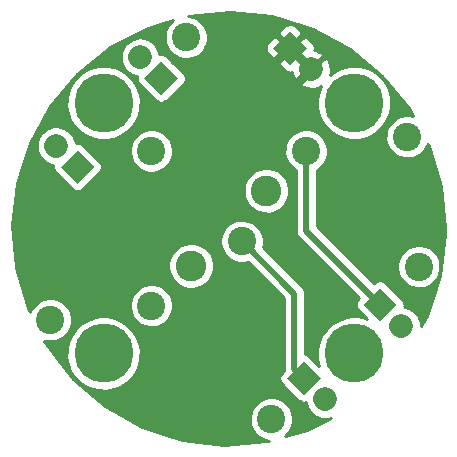
<source format=gtl>
%TF.GenerationSoftware,KiCad,Pcbnew,4.1.0-alpha+201609021633+7109~49~ubuntu16.04.1-product*%
%TF.CreationDate,2016-09-14T14:39:46+05:30*%
%TF.ProjectId,OTS2_encC,4F5453325F656E63432E6B696361645F,rev?*%
%TF.FileFunction,Copper,L1,Top,Signal*%
%FSLAX46Y46*%
G04 Gerber Fmt 4.6, Leading zero omitted, Abs format (unit mm)*
G04 Created by KiCad (PCBNEW 4.1.0-alpha+201609021633+7109~49~ubuntu16.04.1-product) date Wed Sep 14 14:39:46 2016*
%MOMM*%
%LPD*%
G01*
G04 APERTURE LIST*
%ADD10C,0.101600*%
%ADD11C,2.032000*%
%ADD12C,2.400000*%
%ADD13C,5.000000*%
%ADD14C,2.600000*%
%ADD15C,0.762000*%
%ADD16C,0.508000*%
%ADD17C,0.762000*%
%ADD18C,0.254000*%
G04 APERTURE END LIST*
D10*
G36*
X79266040Y-121644221D02*
X80702881Y-123081062D01*
X79266040Y-124517903D01*
X77829199Y-123081062D01*
X79266040Y-121644221D01*
X79266040Y-121644221D01*
G37*
D11*
X77469989Y-121285011D02*
X77469989Y-121285011D01*
D12*
X93185158Y-129380158D03*
D13*
X81468398Y-117663398D03*
D12*
X85527191Y-134817809D03*
D13*
X102681602Y-138876602D03*
D12*
X98622809Y-121722191D03*
D13*
X81468398Y-138876602D03*
X102681602Y-117663398D03*
D14*
X88893019Y-131451981D03*
X95256981Y-125088019D03*
D12*
X76971199Y-136019890D03*
X85527191Y-121722191D03*
X88468755Y-112119681D03*
X95681245Y-144420319D03*
X108154608Y-131522691D03*
X107178801Y-120520110D03*
D10*
G36*
X98425000Y-142406841D02*
X96988159Y-140970000D01*
X98425000Y-139533159D01*
X99861841Y-140970000D01*
X98425000Y-142406841D01*
X98425000Y-142406841D01*
G37*
D11*
X100221051Y-142766051D02*
X100221051Y-142766051D01*
D10*
G36*
X86360000Y-114133159D02*
X87796841Y-115570000D01*
X86360000Y-117006841D01*
X84923159Y-115570000D01*
X86360000Y-114133159D01*
X86360000Y-114133159D01*
G37*
D11*
X84563949Y-113773949D02*
X84563949Y-113773949D01*
D10*
G36*
X104883949Y-136165790D02*
X103447108Y-134728949D01*
X104883949Y-133292108D01*
X106320790Y-134728949D01*
X104883949Y-136165790D01*
X104883949Y-136165790D01*
G37*
D11*
X106680000Y-136525000D02*
X106680000Y-136525000D01*
D10*
G36*
X97263949Y-114466841D02*
X95827108Y-113030000D01*
X97263949Y-111593159D01*
X98700790Y-113030000D01*
X97263949Y-114466841D01*
X97263949Y-114466841D01*
G37*
D11*
X99060000Y-114826051D02*
X99060000Y-114826051D01*
D15*
X106934000Y-129032000D03*
X101346000Y-135128000D03*
X96139000Y-139446000D03*
X85344000Y-138684000D03*
X87376000Y-125603000D03*
X92075000Y-118110000D03*
X79375000Y-130810000D03*
D16*
X98622809Y-121722191D02*
X98622809Y-128467809D01*
X98622809Y-128467809D02*
X104883949Y-134728949D01*
X97635870Y-133830870D02*
X93185158Y-129380158D01*
X98425000Y-140970000D02*
X97635870Y-140180870D01*
X97635870Y-140180870D02*
X97635870Y-133830870D01*
D17*
X97790000Y-116096051D02*
X99060000Y-114826051D01*
X97790000Y-117729000D02*
X97790000Y-116096051D01*
X101854000Y-121793000D02*
X97790000Y-117729000D01*
X101854000Y-124714000D02*
X101854000Y-121793000D01*
X106172000Y-129032000D02*
X101854000Y-124714000D01*
X106934000Y-129032000D02*
X106172000Y-129032000D01*
X87376000Y-125603000D02*
X88138000Y-124841000D01*
X101346000Y-135128000D02*
X101346000Y-134366000D01*
X101346000Y-134366000D02*
X94107000Y-127127000D01*
X94107000Y-127127000D02*
X90424000Y-127127000D01*
X90424000Y-127127000D02*
X88138000Y-124841000D01*
X88138000Y-124841000D02*
X86741000Y-123444000D01*
X85344000Y-138684000D02*
X88519000Y-141859000D01*
X93726000Y-141859000D02*
X96139000Y-139446000D01*
X88519000Y-141859000D02*
X93726000Y-141859000D01*
X87376000Y-125603000D02*
X82423000Y-130556000D01*
X85344000Y-137922000D02*
X85344000Y-138684000D01*
X82423000Y-135001000D02*
X85344000Y-137922000D01*
X82423000Y-130556000D02*
X82423000Y-135001000D01*
X97263949Y-113030000D02*
X97155000Y-113030000D01*
X97155000Y-113030000D02*
X92075000Y-118110000D01*
X92075000Y-118110000D02*
X86741000Y-123444000D01*
X86741000Y-123444000D02*
X79375000Y-130810000D01*
X97263949Y-113030000D02*
X99060000Y-114826051D01*
D18*
G36*
X95759548Y-110320283D02*
X99175828Y-111377798D01*
X102321640Y-113078732D01*
X105077160Y-115358297D01*
X107337432Y-118129664D01*
X107665502Y-118746674D01*
X107371539Y-118686332D01*
X107011685Y-118683820D01*
X106658198Y-118751251D01*
X106324539Y-118886058D01*
X106023419Y-119083105D01*
X105766308Y-119334887D01*
X105562998Y-119631815D01*
X105421233Y-119962577D01*
X105346413Y-120314575D01*
X105341389Y-120674402D01*
X105406351Y-121028352D01*
X105538825Y-121362943D01*
X105733765Y-121665431D01*
X105983746Y-121924294D01*
X106279247Y-122129673D01*
X106609011Y-122273743D01*
X106960478Y-122351018D01*
X107320262Y-122358555D01*
X107674657Y-122296065D01*
X108010165Y-122165930D01*
X108314006Y-121973106D01*
X108574608Y-121724939D01*
X108782044Y-121430879D01*
X108923631Y-121112871D01*
X109016363Y-121287274D01*
X110050003Y-124710854D01*
X110398980Y-128270000D01*
X110391836Y-128781636D01*
X109943617Y-132329650D01*
X108814789Y-135723034D01*
X108331738Y-136573358D01*
X108336638Y-136525115D01*
X108306314Y-136204326D01*
X108214260Y-135895537D01*
X108063982Y-135610508D01*
X107861203Y-135360097D01*
X107613647Y-135153842D01*
X107330746Y-134999598D01*
X107023271Y-134903242D01*
X106934420Y-134893590D01*
X106946602Y-134853431D01*
X106958862Y-134728949D01*
X106946602Y-134604467D01*
X106910292Y-134484769D01*
X106851327Y-134374455D01*
X106771975Y-134277764D01*
X105335134Y-132840923D01*
X105238443Y-132761571D01*
X105128129Y-132702606D01*
X105008431Y-132666296D01*
X104883949Y-132654036D01*
X104759467Y-132666296D01*
X104639769Y-132702606D01*
X104529455Y-132761571D01*
X104432764Y-132840923D01*
X104342962Y-132930726D01*
X103089219Y-131676983D01*
X106317196Y-131676983D01*
X106382158Y-132030933D01*
X106514632Y-132365524D01*
X106709572Y-132668012D01*
X106959553Y-132926875D01*
X107255054Y-133132254D01*
X107584818Y-133276324D01*
X107936285Y-133353599D01*
X108296069Y-133361136D01*
X108650464Y-133298646D01*
X108985972Y-133168511D01*
X109289813Y-132975687D01*
X109550415Y-132727520D01*
X109757851Y-132433460D01*
X109904221Y-132104710D01*
X109983947Y-131753790D01*
X109989687Y-131342760D01*
X109919789Y-130989751D01*
X109782657Y-130657042D01*
X109583512Y-130357305D01*
X109329941Y-130101958D01*
X109031601Y-129900725D01*
X108699858Y-129761273D01*
X108347346Y-129688913D01*
X107987492Y-129686401D01*
X107634005Y-129753832D01*
X107300346Y-129888639D01*
X106999226Y-130085686D01*
X106742115Y-130337468D01*
X106538805Y-130634396D01*
X106397040Y-130965158D01*
X106322220Y-131317156D01*
X106317196Y-131676983D01*
X103089219Y-131676983D01*
X99511809Y-128099573D01*
X99511809Y-123331434D01*
X99758014Y-123175187D01*
X100018616Y-122927020D01*
X100226052Y-122632960D01*
X100372422Y-122304210D01*
X100452148Y-121953290D01*
X100457888Y-121542260D01*
X100387990Y-121189251D01*
X100250858Y-120856542D01*
X100051713Y-120556805D01*
X99798142Y-120301458D01*
X99499802Y-120100225D01*
X99168059Y-119960773D01*
X98815547Y-119888413D01*
X98455693Y-119885901D01*
X98102206Y-119953332D01*
X97768547Y-120088139D01*
X97467427Y-120285186D01*
X97210316Y-120536968D01*
X97007006Y-120833896D01*
X96865241Y-121164658D01*
X96790421Y-121516656D01*
X96785397Y-121876483D01*
X96850359Y-122230433D01*
X96982833Y-122565024D01*
X97177773Y-122867512D01*
X97427754Y-123126375D01*
X97723255Y-123331754D01*
X97733809Y-123336365D01*
X97733809Y-128467809D01*
X97741820Y-128549513D01*
X97748979Y-128631342D01*
X97750284Y-128635834D01*
X97750740Y-128640483D01*
X97774474Y-128719093D01*
X97797386Y-128797955D01*
X97799536Y-128802103D01*
X97800888Y-128806581D01*
X97839456Y-128879118D01*
X97877231Y-128951993D01*
X97880147Y-128955646D01*
X97882342Y-128959774D01*
X97934251Y-129023420D01*
X97985476Y-129087589D01*
X97991893Y-129094097D01*
X97992001Y-129094229D01*
X97992124Y-129094330D01*
X97994191Y-129096427D01*
X103085726Y-134187962D01*
X102995923Y-134277764D01*
X102916571Y-134374455D01*
X102857606Y-134484769D01*
X102821296Y-134604467D01*
X102809036Y-134728949D01*
X102821296Y-134853431D01*
X102857606Y-134973129D01*
X102916571Y-135083443D01*
X102995923Y-135180134D01*
X103733847Y-135918058D01*
X103613132Y-135867314D01*
X103010884Y-135743690D01*
X102396094Y-135739398D01*
X101792179Y-135854601D01*
X101222141Y-136084911D01*
X100707694Y-136421556D01*
X100268433Y-136851712D01*
X99921088Y-137358997D01*
X99678890Y-137924086D01*
X99551065Y-138525456D01*
X99542481Y-139140201D01*
X99653465Y-139744906D01*
X99728412Y-139934201D01*
X98876185Y-139081974D01*
X98779494Y-139002622D01*
X98669180Y-138943657D01*
X98549482Y-138907347D01*
X98524870Y-138904923D01*
X98524870Y-133830870D01*
X98516859Y-133749166D01*
X98509700Y-133667337D01*
X98508395Y-133662845D01*
X98507939Y-133658196D01*
X98484205Y-133579586D01*
X98461293Y-133500724D01*
X98459143Y-133496577D01*
X98457791Y-133492098D01*
X98419202Y-133419522D01*
X98381447Y-133346686D01*
X98378534Y-133343037D01*
X98376337Y-133338905D01*
X98324406Y-133275232D01*
X98273203Y-133211090D01*
X98266786Y-133204582D01*
X98266678Y-133204450D01*
X98266555Y-133204349D01*
X98264488Y-133202252D01*
X94951367Y-129889131D01*
X95014497Y-129611257D01*
X95020237Y-129200227D01*
X94950339Y-128847218D01*
X94813207Y-128514509D01*
X94614062Y-128214772D01*
X94360491Y-127959425D01*
X94062151Y-127758192D01*
X93730408Y-127618740D01*
X93377896Y-127546380D01*
X93018042Y-127543868D01*
X92664555Y-127611299D01*
X92330896Y-127746106D01*
X92029776Y-127943153D01*
X91772665Y-128194935D01*
X91569355Y-128491863D01*
X91427590Y-128822625D01*
X91352770Y-129174623D01*
X91347746Y-129534450D01*
X91412708Y-129888400D01*
X91545182Y-130222991D01*
X91740122Y-130525479D01*
X91990103Y-130784342D01*
X92285604Y-130989721D01*
X92615368Y-131133791D01*
X92966835Y-131211066D01*
X93326619Y-131218603D01*
X93681014Y-131156113D01*
X93697487Y-131149723D01*
X96746870Y-134199106D01*
X96746870Y-140180870D01*
X96754881Y-140262574D01*
X96757965Y-140297824D01*
X96536974Y-140518815D01*
X96457622Y-140615506D01*
X96398657Y-140725820D01*
X96362347Y-140845518D01*
X96350087Y-140970000D01*
X96362347Y-141094482D01*
X96398657Y-141214180D01*
X96457622Y-141324494D01*
X96536974Y-141421185D01*
X97973815Y-142858026D01*
X98070506Y-142937378D01*
X98180820Y-142996343D01*
X98300518Y-143032653D01*
X98425000Y-143044913D01*
X98549482Y-143032653D01*
X98588507Y-143020815D01*
X98594737Y-143086725D01*
X98686791Y-143395514D01*
X98837069Y-143680543D01*
X99039848Y-143930954D01*
X99287404Y-144137209D01*
X99570305Y-144291452D01*
X99877780Y-144387809D01*
X100198114Y-144422608D01*
X100519106Y-144394525D01*
X100710937Y-144338793D01*
X98701401Y-145353883D01*
X96797160Y-145885557D01*
X96816450Y-145873315D01*
X97077052Y-145625148D01*
X97284488Y-145331088D01*
X97430858Y-145002338D01*
X97510584Y-144651418D01*
X97516324Y-144240388D01*
X97446426Y-143887379D01*
X97309294Y-143554670D01*
X97110149Y-143254933D01*
X96856578Y-142999586D01*
X96558238Y-142798353D01*
X96226495Y-142658901D01*
X95873983Y-142586541D01*
X95514129Y-142584029D01*
X95160642Y-142651460D01*
X94826983Y-142786267D01*
X94525863Y-142983314D01*
X94268752Y-143235096D01*
X94065442Y-143532024D01*
X93923677Y-143862786D01*
X93848857Y-144214784D01*
X93843833Y-144574611D01*
X93908795Y-144928561D01*
X94041269Y-145263152D01*
X94236209Y-145565640D01*
X94486190Y-145824503D01*
X94781691Y-146029882D01*
X95111455Y-146173952D01*
X95462922Y-146251227D01*
X95485763Y-146251705D01*
X95256926Y-146315598D01*
X91691252Y-146589961D01*
X88140194Y-146166523D01*
X84739012Y-145061412D01*
X81617256Y-143316722D01*
X78893832Y-140998906D01*
X77420641Y-139140201D01*
X78329277Y-139140201D01*
X78440261Y-139744906D01*
X78666586Y-140316538D01*
X78999631Y-140833322D01*
X79426711Y-141275576D01*
X79931558Y-141626454D01*
X80494942Y-141872591D01*
X81095405Y-142004611D01*
X81710076Y-142017487D01*
X82315541Y-141910727D01*
X82888738Y-141688398D01*
X83407836Y-141358969D01*
X83853060Y-140934987D01*
X84207454Y-140432602D01*
X84457518Y-139870950D01*
X84593727Y-139271423D01*
X84603533Y-138569199D01*
X84484116Y-137966103D01*
X84249832Y-137397687D01*
X83909604Y-136885603D01*
X83476391Y-136449355D01*
X82966695Y-136105560D01*
X82399928Y-135867314D01*
X81797680Y-135743690D01*
X81182890Y-135739398D01*
X80578975Y-135854601D01*
X80008937Y-136084911D01*
X79494490Y-136421556D01*
X79055229Y-136851712D01*
X78707884Y-137358997D01*
X78465686Y-137924086D01*
X78337861Y-138525456D01*
X78329277Y-139140201D01*
X77420641Y-139140201D01*
X76672474Y-138196250D01*
X76462077Y-137786862D01*
X76752876Y-137850798D01*
X77112660Y-137858335D01*
X77467055Y-137795845D01*
X77802563Y-137665710D01*
X78106404Y-137472886D01*
X78367006Y-137224719D01*
X78574442Y-136930659D01*
X78720812Y-136601909D01*
X78800538Y-136250989D01*
X78806278Y-135839959D01*
X78736380Y-135486950D01*
X78599248Y-135154241D01*
X78478235Y-134972101D01*
X83689779Y-134972101D01*
X83754741Y-135326051D01*
X83887215Y-135660642D01*
X84082155Y-135963130D01*
X84332136Y-136221993D01*
X84627637Y-136427372D01*
X84957401Y-136571442D01*
X85308868Y-136648717D01*
X85668652Y-136656254D01*
X86023047Y-136593764D01*
X86358555Y-136463629D01*
X86662396Y-136270805D01*
X86922998Y-136022638D01*
X87130434Y-135728578D01*
X87276804Y-135399828D01*
X87356530Y-135048908D01*
X87362270Y-134637878D01*
X87292372Y-134284869D01*
X87155240Y-133952160D01*
X86956095Y-133652423D01*
X86702524Y-133397076D01*
X86404184Y-133195843D01*
X86072441Y-133056391D01*
X85719929Y-132984031D01*
X85360075Y-132981519D01*
X85006588Y-133048950D01*
X84672929Y-133183757D01*
X84371809Y-133380804D01*
X84114698Y-133632586D01*
X83911388Y-133929514D01*
X83769623Y-134260276D01*
X83694803Y-134612274D01*
X83689779Y-134972101D01*
X78478235Y-134972101D01*
X78400103Y-134854504D01*
X78146532Y-134599157D01*
X77848192Y-134397924D01*
X77516449Y-134258472D01*
X77163937Y-134186112D01*
X76804083Y-134183600D01*
X76450596Y-134251031D01*
X76116937Y-134385838D01*
X75815817Y-134582885D01*
X75558706Y-134834667D01*
X75355396Y-135131595D01*
X75238101Y-135405263D01*
X75037794Y-135015507D01*
X74062624Y-131614681D01*
X86955475Y-131614681D01*
X87023977Y-131987920D01*
X87163671Y-132340745D01*
X87369234Y-132659718D01*
X87632839Y-132932688D01*
X87944443Y-133149258D01*
X88292178Y-133301180D01*
X88662799Y-133382666D01*
X89042189Y-133390613D01*
X89415897Y-133324719D01*
X89769689Y-133187492D01*
X90090088Y-132984160D01*
X90364892Y-132722468D01*
X90583633Y-132412383D01*
X90737978Y-132065717D01*
X90822050Y-131695674D01*
X90828102Y-131262244D01*
X90754396Y-130889998D01*
X90609790Y-130539158D01*
X90399792Y-130223087D01*
X90132403Y-129953824D01*
X89817805Y-129741625D01*
X89467983Y-129594573D01*
X89096260Y-129518269D01*
X88716796Y-129515620D01*
X88344045Y-129586726D01*
X87992203Y-129728880D01*
X87674674Y-129936665D01*
X87403551Y-130202169D01*
X87189161Y-130515277D01*
X87039670Y-130864064D01*
X86960773Y-131235245D01*
X86955475Y-131614681D01*
X74062624Y-131614681D01*
X74052056Y-131577829D01*
X73752806Y-128014157D01*
X74062775Y-125250719D01*
X93319437Y-125250719D01*
X93387939Y-125623958D01*
X93527633Y-125976783D01*
X93733196Y-126295756D01*
X93996801Y-126568726D01*
X94308405Y-126785296D01*
X94656140Y-126937218D01*
X95026761Y-127018704D01*
X95406151Y-127026651D01*
X95779859Y-126960757D01*
X96133651Y-126823530D01*
X96454050Y-126620198D01*
X96728854Y-126358506D01*
X96947595Y-126048421D01*
X97101940Y-125701755D01*
X97186012Y-125331712D01*
X97192064Y-124898282D01*
X97118358Y-124526036D01*
X96973752Y-124175196D01*
X96763754Y-123859125D01*
X96496365Y-123589862D01*
X96181767Y-123377663D01*
X95831945Y-123230611D01*
X95460222Y-123154307D01*
X95080758Y-123151658D01*
X94708007Y-123222764D01*
X94356165Y-123364918D01*
X94038636Y-123572703D01*
X93767513Y-123838207D01*
X93553123Y-124151315D01*
X93403632Y-124500102D01*
X93324735Y-124871283D01*
X93319437Y-125250719D01*
X74062775Y-125250719D01*
X74151443Y-124460230D01*
X75158717Y-121284896D01*
X75813351Y-121284896D01*
X75843675Y-121605685D01*
X75935729Y-121914474D01*
X76086007Y-122199503D01*
X76288786Y-122449914D01*
X76536342Y-122656169D01*
X76819243Y-122810412D01*
X77126718Y-122906769D01*
X77215569Y-122916421D01*
X77203387Y-122956580D01*
X77191127Y-123081062D01*
X77203387Y-123205544D01*
X77239697Y-123325242D01*
X77298662Y-123435556D01*
X77378014Y-123532247D01*
X78814855Y-124969088D01*
X78911546Y-125048440D01*
X79021860Y-125107405D01*
X79141558Y-125143715D01*
X79266040Y-125155975D01*
X79390522Y-125143715D01*
X79510220Y-125107405D01*
X79620534Y-125048440D01*
X79717225Y-124969088D01*
X81154066Y-123532247D01*
X81233418Y-123435556D01*
X81292383Y-123325242D01*
X81328693Y-123205544D01*
X81340953Y-123081062D01*
X81328693Y-122956580D01*
X81292383Y-122836882D01*
X81233418Y-122726568D01*
X81154066Y-122629877D01*
X80400672Y-121876483D01*
X83689779Y-121876483D01*
X83754741Y-122230433D01*
X83887215Y-122565024D01*
X84082155Y-122867512D01*
X84332136Y-123126375D01*
X84627637Y-123331754D01*
X84957401Y-123475824D01*
X85308868Y-123553099D01*
X85668652Y-123560636D01*
X86023047Y-123498146D01*
X86358555Y-123368011D01*
X86662396Y-123175187D01*
X86922998Y-122927020D01*
X87130434Y-122632960D01*
X87276804Y-122304210D01*
X87356530Y-121953290D01*
X87362270Y-121542260D01*
X87292372Y-121189251D01*
X87155240Y-120856542D01*
X86956095Y-120556805D01*
X86702524Y-120301458D01*
X86404184Y-120100225D01*
X86072441Y-119960773D01*
X85719929Y-119888413D01*
X85360075Y-119885901D01*
X85006588Y-119953332D01*
X84672929Y-120088139D01*
X84371809Y-120285186D01*
X84114698Y-120536968D01*
X83911388Y-120833896D01*
X83769623Y-121164658D01*
X83694803Y-121516656D01*
X83689779Y-121876483D01*
X80400672Y-121876483D01*
X79717225Y-121193036D01*
X79620534Y-121113684D01*
X79510220Y-121054719D01*
X79390522Y-121018409D01*
X79266040Y-121006149D01*
X79141558Y-121018409D01*
X79102533Y-121030247D01*
X79096303Y-120964337D01*
X79004249Y-120655548D01*
X78853971Y-120370519D01*
X78651192Y-120120108D01*
X78403636Y-119913853D01*
X78120735Y-119759609D01*
X77813260Y-119663253D01*
X77492926Y-119628454D01*
X77171934Y-119656537D01*
X76862509Y-119746433D01*
X76576438Y-119894718D01*
X76324618Y-120095743D01*
X76308204Y-120111930D01*
X76296908Y-120123226D01*
X76092386Y-120372215D01*
X75940121Y-120656187D01*
X75845914Y-120964326D01*
X75813351Y-121284896D01*
X75158717Y-121284896D01*
X75232782Y-121051416D01*
X76950446Y-117926997D01*
X78329277Y-117926997D01*
X78440261Y-118531702D01*
X78666586Y-119103334D01*
X78999631Y-119620118D01*
X79426711Y-120062372D01*
X79931558Y-120413250D01*
X80494942Y-120659387D01*
X81095405Y-120791407D01*
X81710076Y-120804283D01*
X82315541Y-120697523D01*
X82888738Y-120475194D01*
X83407836Y-120145765D01*
X83853060Y-119721783D01*
X84207454Y-119219398D01*
X84457518Y-118657746D01*
X84593727Y-118058219D01*
X84603533Y-117355995D01*
X84484116Y-116752899D01*
X84249832Y-116184483D01*
X83909604Y-115672399D01*
X83476391Y-115236151D01*
X82966695Y-114892356D01*
X82399928Y-114654110D01*
X81797680Y-114530486D01*
X81182890Y-114526194D01*
X80578975Y-114641397D01*
X80008937Y-114871707D01*
X79494490Y-115208352D01*
X79055229Y-115638508D01*
X78707884Y-116145793D01*
X78465686Y-116710882D01*
X78337861Y-117312252D01*
X78329277Y-117926997D01*
X76950446Y-117926997D01*
X76955637Y-117917556D01*
X79254383Y-115178017D01*
X81000833Y-113773834D01*
X82907311Y-113773834D01*
X82937635Y-114094623D01*
X83029689Y-114403412D01*
X83179967Y-114688441D01*
X83382746Y-114938852D01*
X83630302Y-115145107D01*
X83913203Y-115299350D01*
X84220678Y-115395707D01*
X84309529Y-115405359D01*
X84297347Y-115445518D01*
X84285087Y-115570000D01*
X84297347Y-115694482D01*
X84333657Y-115814180D01*
X84392622Y-115924494D01*
X84471974Y-116021185D01*
X85908815Y-117458026D01*
X86005506Y-117537378D01*
X86115820Y-117596343D01*
X86235518Y-117632653D01*
X86360000Y-117644913D01*
X86484482Y-117632653D01*
X86604180Y-117596343D01*
X86714494Y-117537378D01*
X86811185Y-117458026D01*
X88248026Y-116021185D01*
X88292326Y-115967205D01*
X98098451Y-115967205D01*
X98195186Y-116232429D01*
X98371101Y-116326462D01*
X98677054Y-116432030D01*
X98997723Y-116475880D01*
X99320786Y-116456329D01*
X99633826Y-116374126D01*
X99873177Y-116257576D01*
X99678890Y-116710882D01*
X99551065Y-117312252D01*
X99542481Y-117926997D01*
X99653465Y-118531702D01*
X99879790Y-119103334D01*
X100212835Y-119620118D01*
X100639915Y-120062372D01*
X101144762Y-120413250D01*
X101708146Y-120659387D01*
X102308609Y-120791407D01*
X102923280Y-120804283D01*
X103528745Y-120697523D01*
X104101942Y-120475194D01*
X104621040Y-120145765D01*
X105066264Y-119721783D01*
X105420658Y-119219398D01*
X105670722Y-118657746D01*
X105806931Y-118058219D01*
X105816737Y-117355995D01*
X105697320Y-116752899D01*
X105463036Y-116184483D01*
X105122808Y-115672399D01*
X104689595Y-115236151D01*
X104179899Y-114892356D01*
X103613132Y-114654110D01*
X103010884Y-114530486D01*
X102396094Y-114526194D01*
X101792179Y-114641397D01*
X101222141Y-114871707D01*
X100707694Y-115208352D01*
X100641294Y-115273376D01*
X100690278Y-115086837D01*
X100709829Y-114763774D01*
X100665979Y-114443105D01*
X100560411Y-114137152D01*
X100466378Y-113961237D01*
X100201154Y-113864502D01*
X99239605Y-114826051D01*
X99253748Y-114840194D01*
X99074143Y-115019799D01*
X99060000Y-115005656D01*
X98098451Y-115967205D01*
X88292326Y-115967205D01*
X88327378Y-115924494D01*
X88386343Y-115814180D01*
X88422653Y-115694482D01*
X88434913Y-115570000D01*
X88422653Y-115445518D01*
X88386343Y-115325820D01*
X88327378Y-115215506D01*
X88248026Y-115118815D01*
X87304194Y-114174983D01*
X96298571Y-114174983D01*
X96298571Y-114399489D01*
X96859160Y-114960078D01*
X96963164Y-115029571D01*
X97078726Y-115077438D01*
X97201407Y-115101841D01*
X97326491Y-115101841D01*
X97436379Y-115079983D01*
X97454021Y-115208997D01*
X97559589Y-115514950D01*
X97653622Y-115690865D01*
X97918846Y-115787600D01*
X98880395Y-114826051D01*
X97263949Y-113209605D01*
X96298571Y-114174983D01*
X87304194Y-114174983D01*
X86811185Y-113681974D01*
X86714494Y-113602622D01*
X86604180Y-113543657D01*
X86484482Y-113507347D01*
X86360000Y-113495087D01*
X86235518Y-113507347D01*
X86196493Y-113519185D01*
X86190263Y-113453275D01*
X86098209Y-113144486D01*
X85947931Y-112859457D01*
X85745152Y-112609046D01*
X85497596Y-112402791D01*
X85214695Y-112248547D01*
X84907220Y-112152191D01*
X84586886Y-112117392D01*
X84265894Y-112145475D01*
X83956469Y-112235371D01*
X83670398Y-112383656D01*
X83418578Y-112584681D01*
X83402164Y-112600868D01*
X83390868Y-112612164D01*
X83186346Y-112861153D01*
X83034081Y-113145125D01*
X82939874Y-113453264D01*
X82907311Y-113773834D01*
X81000833Y-113773834D01*
X82041462Y-112937147D01*
X85210716Y-111280302D01*
X87372306Y-110644111D01*
X87313373Y-110682676D01*
X87056262Y-110934458D01*
X86852952Y-111231386D01*
X86711187Y-111562148D01*
X86636367Y-111914146D01*
X86631343Y-112273973D01*
X86696305Y-112627923D01*
X86828779Y-112962514D01*
X87023719Y-113265002D01*
X87273700Y-113523865D01*
X87569201Y-113729244D01*
X87898965Y-113873314D01*
X88250432Y-113950589D01*
X88610216Y-113958126D01*
X88964611Y-113895636D01*
X89300119Y-113765501D01*
X89603960Y-113572677D01*
X89864562Y-113324510D01*
X90071998Y-113030450D01*
X90100044Y-112967458D01*
X95192108Y-112967458D01*
X95192108Y-113092542D01*
X95216511Y-113215223D01*
X95264378Y-113330785D01*
X95333871Y-113434789D01*
X95894460Y-113995378D01*
X96118966Y-113995378D01*
X97084344Y-113030000D01*
X97443554Y-113030000D01*
X99060000Y-114646446D01*
X100021549Y-113684897D01*
X99924814Y-113419673D01*
X99748899Y-113325640D01*
X99442946Y-113220072D01*
X99313932Y-113202430D01*
X99335790Y-113092542D01*
X99335790Y-112967458D01*
X99311387Y-112844777D01*
X99263520Y-112729215D01*
X99194027Y-112625211D01*
X98633438Y-112064622D01*
X98408932Y-112064622D01*
X97443554Y-113030000D01*
X97084344Y-113030000D01*
X96118966Y-112064622D01*
X95894460Y-112064622D01*
X95333871Y-112625211D01*
X95264378Y-112729215D01*
X95216511Y-112844777D01*
X95192108Y-112967458D01*
X90100044Y-112967458D01*
X90218368Y-112701700D01*
X90298094Y-112350780D01*
X90303834Y-111939750D01*
X90248543Y-111660511D01*
X96298571Y-111660511D01*
X96298571Y-111885017D01*
X97263949Y-112850395D01*
X98229327Y-111885017D01*
X98229327Y-111660511D01*
X97668738Y-111099922D01*
X97564734Y-111030429D01*
X97449172Y-110982562D01*
X97326491Y-110958159D01*
X97201407Y-110958159D01*
X97078726Y-110982562D01*
X96963164Y-111030429D01*
X96859160Y-111099922D01*
X96298571Y-111660511D01*
X90248543Y-111660511D01*
X90233936Y-111586741D01*
X90096804Y-111254032D01*
X89897659Y-110954295D01*
X89644088Y-110698948D01*
X89345748Y-110497715D01*
X89014005Y-110358263D01*
X88661493Y-110285903D01*
X88591064Y-110285411D01*
X88641429Y-110270588D01*
X92202924Y-109946467D01*
X95759548Y-110320283D01*
X95759548Y-110320283D01*
G37*
X95759548Y-110320283D02*
X99175828Y-111377798D01*
X102321640Y-113078732D01*
X105077160Y-115358297D01*
X107337432Y-118129664D01*
X107665502Y-118746674D01*
X107371539Y-118686332D01*
X107011685Y-118683820D01*
X106658198Y-118751251D01*
X106324539Y-118886058D01*
X106023419Y-119083105D01*
X105766308Y-119334887D01*
X105562998Y-119631815D01*
X105421233Y-119962577D01*
X105346413Y-120314575D01*
X105341389Y-120674402D01*
X105406351Y-121028352D01*
X105538825Y-121362943D01*
X105733765Y-121665431D01*
X105983746Y-121924294D01*
X106279247Y-122129673D01*
X106609011Y-122273743D01*
X106960478Y-122351018D01*
X107320262Y-122358555D01*
X107674657Y-122296065D01*
X108010165Y-122165930D01*
X108314006Y-121973106D01*
X108574608Y-121724939D01*
X108782044Y-121430879D01*
X108923631Y-121112871D01*
X109016363Y-121287274D01*
X110050003Y-124710854D01*
X110398980Y-128270000D01*
X110391836Y-128781636D01*
X109943617Y-132329650D01*
X108814789Y-135723034D01*
X108331738Y-136573358D01*
X108336638Y-136525115D01*
X108306314Y-136204326D01*
X108214260Y-135895537D01*
X108063982Y-135610508D01*
X107861203Y-135360097D01*
X107613647Y-135153842D01*
X107330746Y-134999598D01*
X107023271Y-134903242D01*
X106934420Y-134893590D01*
X106946602Y-134853431D01*
X106958862Y-134728949D01*
X106946602Y-134604467D01*
X106910292Y-134484769D01*
X106851327Y-134374455D01*
X106771975Y-134277764D01*
X105335134Y-132840923D01*
X105238443Y-132761571D01*
X105128129Y-132702606D01*
X105008431Y-132666296D01*
X104883949Y-132654036D01*
X104759467Y-132666296D01*
X104639769Y-132702606D01*
X104529455Y-132761571D01*
X104432764Y-132840923D01*
X104342962Y-132930726D01*
X103089219Y-131676983D01*
X106317196Y-131676983D01*
X106382158Y-132030933D01*
X106514632Y-132365524D01*
X106709572Y-132668012D01*
X106959553Y-132926875D01*
X107255054Y-133132254D01*
X107584818Y-133276324D01*
X107936285Y-133353599D01*
X108296069Y-133361136D01*
X108650464Y-133298646D01*
X108985972Y-133168511D01*
X109289813Y-132975687D01*
X109550415Y-132727520D01*
X109757851Y-132433460D01*
X109904221Y-132104710D01*
X109983947Y-131753790D01*
X109989687Y-131342760D01*
X109919789Y-130989751D01*
X109782657Y-130657042D01*
X109583512Y-130357305D01*
X109329941Y-130101958D01*
X109031601Y-129900725D01*
X108699858Y-129761273D01*
X108347346Y-129688913D01*
X107987492Y-129686401D01*
X107634005Y-129753832D01*
X107300346Y-129888639D01*
X106999226Y-130085686D01*
X106742115Y-130337468D01*
X106538805Y-130634396D01*
X106397040Y-130965158D01*
X106322220Y-131317156D01*
X106317196Y-131676983D01*
X103089219Y-131676983D01*
X99511809Y-128099573D01*
X99511809Y-123331434D01*
X99758014Y-123175187D01*
X100018616Y-122927020D01*
X100226052Y-122632960D01*
X100372422Y-122304210D01*
X100452148Y-121953290D01*
X100457888Y-121542260D01*
X100387990Y-121189251D01*
X100250858Y-120856542D01*
X100051713Y-120556805D01*
X99798142Y-120301458D01*
X99499802Y-120100225D01*
X99168059Y-119960773D01*
X98815547Y-119888413D01*
X98455693Y-119885901D01*
X98102206Y-119953332D01*
X97768547Y-120088139D01*
X97467427Y-120285186D01*
X97210316Y-120536968D01*
X97007006Y-120833896D01*
X96865241Y-121164658D01*
X96790421Y-121516656D01*
X96785397Y-121876483D01*
X96850359Y-122230433D01*
X96982833Y-122565024D01*
X97177773Y-122867512D01*
X97427754Y-123126375D01*
X97723255Y-123331754D01*
X97733809Y-123336365D01*
X97733809Y-128467809D01*
X97741820Y-128549513D01*
X97748979Y-128631342D01*
X97750284Y-128635834D01*
X97750740Y-128640483D01*
X97774474Y-128719093D01*
X97797386Y-128797955D01*
X97799536Y-128802103D01*
X97800888Y-128806581D01*
X97839456Y-128879118D01*
X97877231Y-128951993D01*
X97880147Y-128955646D01*
X97882342Y-128959774D01*
X97934251Y-129023420D01*
X97985476Y-129087589D01*
X97991893Y-129094097D01*
X97992001Y-129094229D01*
X97992124Y-129094330D01*
X97994191Y-129096427D01*
X103085726Y-134187962D01*
X102995923Y-134277764D01*
X102916571Y-134374455D01*
X102857606Y-134484769D01*
X102821296Y-134604467D01*
X102809036Y-134728949D01*
X102821296Y-134853431D01*
X102857606Y-134973129D01*
X102916571Y-135083443D01*
X102995923Y-135180134D01*
X103733847Y-135918058D01*
X103613132Y-135867314D01*
X103010884Y-135743690D01*
X102396094Y-135739398D01*
X101792179Y-135854601D01*
X101222141Y-136084911D01*
X100707694Y-136421556D01*
X100268433Y-136851712D01*
X99921088Y-137358997D01*
X99678890Y-137924086D01*
X99551065Y-138525456D01*
X99542481Y-139140201D01*
X99653465Y-139744906D01*
X99728412Y-139934201D01*
X98876185Y-139081974D01*
X98779494Y-139002622D01*
X98669180Y-138943657D01*
X98549482Y-138907347D01*
X98524870Y-138904923D01*
X98524870Y-133830870D01*
X98516859Y-133749166D01*
X98509700Y-133667337D01*
X98508395Y-133662845D01*
X98507939Y-133658196D01*
X98484205Y-133579586D01*
X98461293Y-133500724D01*
X98459143Y-133496577D01*
X98457791Y-133492098D01*
X98419202Y-133419522D01*
X98381447Y-133346686D01*
X98378534Y-133343037D01*
X98376337Y-133338905D01*
X98324406Y-133275232D01*
X98273203Y-133211090D01*
X98266786Y-133204582D01*
X98266678Y-133204450D01*
X98266555Y-133204349D01*
X98264488Y-133202252D01*
X94951367Y-129889131D01*
X95014497Y-129611257D01*
X95020237Y-129200227D01*
X94950339Y-128847218D01*
X94813207Y-128514509D01*
X94614062Y-128214772D01*
X94360491Y-127959425D01*
X94062151Y-127758192D01*
X93730408Y-127618740D01*
X93377896Y-127546380D01*
X93018042Y-127543868D01*
X92664555Y-127611299D01*
X92330896Y-127746106D01*
X92029776Y-127943153D01*
X91772665Y-128194935D01*
X91569355Y-128491863D01*
X91427590Y-128822625D01*
X91352770Y-129174623D01*
X91347746Y-129534450D01*
X91412708Y-129888400D01*
X91545182Y-130222991D01*
X91740122Y-130525479D01*
X91990103Y-130784342D01*
X92285604Y-130989721D01*
X92615368Y-131133791D01*
X92966835Y-131211066D01*
X93326619Y-131218603D01*
X93681014Y-131156113D01*
X93697487Y-131149723D01*
X96746870Y-134199106D01*
X96746870Y-140180870D01*
X96754881Y-140262574D01*
X96757965Y-140297824D01*
X96536974Y-140518815D01*
X96457622Y-140615506D01*
X96398657Y-140725820D01*
X96362347Y-140845518D01*
X96350087Y-140970000D01*
X96362347Y-141094482D01*
X96398657Y-141214180D01*
X96457622Y-141324494D01*
X96536974Y-141421185D01*
X97973815Y-142858026D01*
X98070506Y-142937378D01*
X98180820Y-142996343D01*
X98300518Y-143032653D01*
X98425000Y-143044913D01*
X98549482Y-143032653D01*
X98588507Y-143020815D01*
X98594737Y-143086725D01*
X98686791Y-143395514D01*
X98837069Y-143680543D01*
X99039848Y-143930954D01*
X99287404Y-144137209D01*
X99570305Y-144291452D01*
X99877780Y-144387809D01*
X100198114Y-144422608D01*
X100519106Y-144394525D01*
X100710937Y-144338793D01*
X98701401Y-145353883D01*
X96797160Y-145885557D01*
X96816450Y-145873315D01*
X97077052Y-145625148D01*
X97284488Y-145331088D01*
X97430858Y-145002338D01*
X97510584Y-144651418D01*
X97516324Y-144240388D01*
X97446426Y-143887379D01*
X97309294Y-143554670D01*
X97110149Y-143254933D01*
X96856578Y-142999586D01*
X96558238Y-142798353D01*
X96226495Y-142658901D01*
X95873983Y-142586541D01*
X95514129Y-142584029D01*
X95160642Y-142651460D01*
X94826983Y-142786267D01*
X94525863Y-142983314D01*
X94268752Y-143235096D01*
X94065442Y-143532024D01*
X93923677Y-143862786D01*
X93848857Y-144214784D01*
X93843833Y-144574611D01*
X93908795Y-144928561D01*
X94041269Y-145263152D01*
X94236209Y-145565640D01*
X94486190Y-145824503D01*
X94781691Y-146029882D01*
X95111455Y-146173952D01*
X95462922Y-146251227D01*
X95485763Y-146251705D01*
X95256926Y-146315598D01*
X91691252Y-146589961D01*
X88140194Y-146166523D01*
X84739012Y-145061412D01*
X81617256Y-143316722D01*
X78893832Y-140998906D01*
X77420641Y-139140201D01*
X78329277Y-139140201D01*
X78440261Y-139744906D01*
X78666586Y-140316538D01*
X78999631Y-140833322D01*
X79426711Y-141275576D01*
X79931558Y-141626454D01*
X80494942Y-141872591D01*
X81095405Y-142004611D01*
X81710076Y-142017487D01*
X82315541Y-141910727D01*
X82888738Y-141688398D01*
X83407836Y-141358969D01*
X83853060Y-140934987D01*
X84207454Y-140432602D01*
X84457518Y-139870950D01*
X84593727Y-139271423D01*
X84603533Y-138569199D01*
X84484116Y-137966103D01*
X84249832Y-137397687D01*
X83909604Y-136885603D01*
X83476391Y-136449355D01*
X82966695Y-136105560D01*
X82399928Y-135867314D01*
X81797680Y-135743690D01*
X81182890Y-135739398D01*
X80578975Y-135854601D01*
X80008937Y-136084911D01*
X79494490Y-136421556D01*
X79055229Y-136851712D01*
X78707884Y-137358997D01*
X78465686Y-137924086D01*
X78337861Y-138525456D01*
X78329277Y-139140201D01*
X77420641Y-139140201D01*
X76672474Y-138196250D01*
X76462077Y-137786862D01*
X76752876Y-137850798D01*
X77112660Y-137858335D01*
X77467055Y-137795845D01*
X77802563Y-137665710D01*
X78106404Y-137472886D01*
X78367006Y-137224719D01*
X78574442Y-136930659D01*
X78720812Y-136601909D01*
X78800538Y-136250989D01*
X78806278Y-135839959D01*
X78736380Y-135486950D01*
X78599248Y-135154241D01*
X78478235Y-134972101D01*
X83689779Y-134972101D01*
X83754741Y-135326051D01*
X83887215Y-135660642D01*
X84082155Y-135963130D01*
X84332136Y-136221993D01*
X84627637Y-136427372D01*
X84957401Y-136571442D01*
X85308868Y-136648717D01*
X85668652Y-136656254D01*
X86023047Y-136593764D01*
X86358555Y-136463629D01*
X86662396Y-136270805D01*
X86922998Y-136022638D01*
X87130434Y-135728578D01*
X87276804Y-135399828D01*
X87356530Y-135048908D01*
X87362270Y-134637878D01*
X87292372Y-134284869D01*
X87155240Y-133952160D01*
X86956095Y-133652423D01*
X86702524Y-133397076D01*
X86404184Y-133195843D01*
X86072441Y-133056391D01*
X85719929Y-132984031D01*
X85360075Y-132981519D01*
X85006588Y-133048950D01*
X84672929Y-133183757D01*
X84371809Y-133380804D01*
X84114698Y-133632586D01*
X83911388Y-133929514D01*
X83769623Y-134260276D01*
X83694803Y-134612274D01*
X83689779Y-134972101D01*
X78478235Y-134972101D01*
X78400103Y-134854504D01*
X78146532Y-134599157D01*
X77848192Y-134397924D01*
X77516449Y-134258472D01*
X77163937Y-134186112D01*
X76804083Y-134183600D01*
X76450596Y-134251031D01*
X76116937Y-134385838D01*
X75815817Y-134582885D01*
X75558706Y-134834667D01*
X75355396Y-135131595D01*
X75238101Y-135405263D01*
X75037794Y-135015507D01*
X74062624Y-131614681D01*
X86955475Y-131614681D01*
X87023977Y-131987920D01*
X87163671Y-132340745D01*
X87369234Y-132659718D01*
X87632839Y-132932688D01*
X87944443Y-133149258D01*
X88292178Y-133301180D01*
X88662799Y-133382666D01*
X89042189Y-133390613D01*
X89415897Y-133324719D01*
X89769689Y-133187492D01*
X90090088Y-132984160D01*
X90364892Y-132722468D01*
X90583633Y-132412383D01*
X90737978Y-132065717D01*
X90822050Y-131695674D01*
X90828102Y-131262244D01*
X90754396Y-130889998D01*
X90609790Y-130539158D01*
X90399792Y-130223087D01*
X90132403Y-129953824D01*
X89817805Y-129741625D01*
X89467983Y-129594573D01*
X89096260Y-129518269D01*
X88716796Y-129515620D01*
X88344045Y-129586726D01*
X87992203Y-129728880D01*
X87674674Y-129936665D01*
X87403551Y-130202169D01*
X87189161Y-130515277D01*
X87039670Y-130864064D01*
X86960773Y-131235245D01*
X86955475Y-131614681D01*
X74062624Y-131614681D01*
X74052056Y-131577829D01*
X73752806Y-128014157D01*
X74062775Y-125250719D01*
X93319437Y-125250719D01*
X93387939Y-125623958D01*
X93527633Y-125976783D01*
X93733196Y-126295756D01*
X93996801Y-126568726D01*
X94308405Y-126785296D01*
X94656140Y-126937218D01*
X95026761Y-127018704D01*
X95406151Y-127026651D01*
X95779859Y-126960757D01*
X96133651Y-126823530D01*
X96454050Y-126620198D01*
X96728854Y-126358506D01*
X96947595Y-126048421D01*
X97101940Y-125701755D01*
X97186012Y-125331712D01*
X97192064Y-124898282D01*
X97118358Y-124526036D01*
X96973752Y-124175196D01*
X96763754Y-123859125D01*
X96496365Y-123589862D01*
X96181767Y-123377663D01*
X95831945Y-123230611D01*
X95460222Y-123154307D01*
X95080758Y-123151658D01*
X94708007Y-123222764D01*
X94356165Y-123364918D01*
X94038636Y-123572703D01*
X93767513Y-123838207D01*
X93553123Y-124151315D01*
X93403632Y-124500102D01*
X93324735Y-124871283D01*
X93319437Y-125250719D01*
X74062775Y-125250719D01*
X74151443Y-124460230D01*
X75158717Y-121284896D01*
X75813351Y-121284896D01*
X75843675Y-121605685D01*
X75935729Y-121914474D01*
X76086007Y-122199503D01*
X76288786Y-122449914D01*
X76536342Y-122656169D01*
X76819243Y-122810412D01*
X77126718Y-122906769D01*
X77215569Y-122916421D01*
X77203387Y-122956580D01*
X77191127Y-123081062D01*
X77203387Y-123205544D01*
X77239697Y-123325242D01*
X77298662Y-123435556D01*
X77378014Y-123532247D01*
X78814855Y-124969088D01*
X78911546Y-125048440D01*
X79021860Y-125107405D01*
X79141558Y-125143715D01*
X79266040Y-125155975D01*
X79390522Y-125143715D01*
X79510220Y-125107405D01*
X79620534Y-125048440D01*
X79717225Y-124969088D01*
X81154066Y-123532247D01*
X81233418Y-123435556D01*
X81292383Y-123325242D01*
X81328693Y-123205544D01*
X81340953Y-123081062D01*
X81328693Y-122956580D01*
X81292383Y-122836882D01*
X81233418Y-122726568D01*
X81154066Y-122629877D01*
X80400672Y-121876483D01*
X83689779Y-121876483D01*
X83754741Y-122230433D01*
X83887215Y-122565024D01*
X84082155Y-122867512D01*
X84332136Y-123126375D01*
X84627637Y-123331754D01*
X84957401Y-123475824D01*
X85308868Y-123553099D01*
X85668652Y-123560636D01*
X86023047Y-123498146D01*
X86358555Y-123368011D01*
X86662396Y-123175187D01*
X86922998Y-122927020D01*
X87130434Y-122632960D01*
X87276804Y-122304210D01*
X87356530Y-121953290D01*
X87362270Y-121542260D01*
X87292372Y-121189251D01*
X87155240Y-120856542D01*
X86956095Y-120556805D01*
X86702524Y-120301458D01*
X86404184Y-120100225D01*
X86072441Y-119960773D01*
X85719929Y-119888413D01*
X85360075Y-119885901D01*
X85006588Y-119953332D01*
X84672929Y-120088139D01*
X84371809Y-120285186D01*
X84114698Y-120536968D01*
X83911388Y-120833896D01*
X83769623Y-121164658D01*
X83694803Y-121516656D01*
X83689779Y-121876483D01*
X80400672Y-121876483D01*
X79717225Y-121193036D01*
X79620534Y-121113684D01*
X79510220Y-121054719D01*
X79390522Y-121018409D01*
X79266040Y-121006149D01*
X79141558Y-121018409D01*
X79102533Y-121030247D01*
X79096303Y-120964337D01*
X79004249Y-120655548D01*
X78853971Y-120370519D01*
X78651192Y-120120108D01*
X78403636Y-119913853D01*
X78120735Y-119759609D01*
X77813260Y-119663253D01*
X77492926Y-119628454D01*
X77171934Y-119656537D01*
X76862509Y-119746433D01*
X76576438Y-119894718D01*
X76324618Y-120095743D01*
X76308204Y-120111930D01*
X76296908Y-120123226D01*
X76092386Y-120372215D01*
X75940121Y-120656187D01*
X75845914Y-120964326D01*
X75813351Y-121284896D01*
X75158717Y-121284896D01*
X75232782Y-121051416D01*
X76950446Y-117926997D01*
X78329277Y-117926997D01*
X78440261Y-118531702D01*
X78666586Y-119103334D01*
X78999631Y-119620118D01*
X79426711Y-120062372D01*
X79931558Y-120413250D01*
X80494942Y-120659387D01*
X81095405Y-120791407D01*
X81710076Y-120804283D01*
X82315541Y-120697523D01*
X82888738Y-120475194D01*
X83407836Y-120145765D01*
X83853060Y-119721783D01*
X84207454Y-119219398D01*
X84457518Y-118657746D01*
X84593727Y-118058219D01*
X84603533Y-117355995D01*
X84484116Y-116752899D01*
X84249832Y-116184483D01*
X83909604Y-115672399D01*
X83476391Y-115236151D01*
X82966695Y-114892356D01*
X82399928Y-114654110D01*
X81797680Y-114530486D01*
X81182890Y-114526194D01*
X80578975Y-114641397D01*
X80008937Y-114871707D01*
X79494490Y-115208352D01*
X79055229Y-115638508D01*
X78707884Y-116145793D01*
X78465686Y-116710882D01*
X78337861Y-117312252D01*
X78329277Y-117926997D01*
X76950446Y-117926997D01*
X76955637Y-117917556D01*
X79254383Y-115178017D01*
X81000833Y-113773834D01*
X82907311Y-113773834D01*
X82937635Y-114094623D01*
X83029689Y-114403412D01*
X83179967Y-114688441D01*
X83382746Y-114938852D01*
X83630302Y-115145107D01*
X83913203Y-115299350D01*
X84220678Y-115395707D01*
X84309529Y-115405359D01*
X84297347Y-115445518D01*
X84285087Y-115570000D01*
X84297347Y-115694482D01*
X84333657Y-115814180D01*
X84392622Y-115924494D01*
X84471974Y-116021185D01*
X85908815Y-117458026D01*
X86005506Y-117537378D01*
X86115820Y-117596343D01*
X86235518Y-117632653D01*
X86360000Y-117644913D01*
X86484482Y-117632653D01*
X86604180Y-117596343D01*
X86714494Y-117537378D01*
X86811185Y-117458026D01*
X88248026Y-116021185D01*
X88292326Y-115967205D01*
X98098451Y-115967205D01*
X98195186Y-116232429D01*
X98371101Y-116326462D01*
X98677054Y-116432030D01*
X98997723Y-116475880D01*
X99320786Y-116456329D01*
X99633826Y-116374126D01*
X99873177Y-116257576D01*
X99678890Y-116710882D01*
X99551065Y-117312252D01*
X99542481Y-117926997D01*
X99653465Y-118531702D01*
X99879790Y-119103334D01*
X100212835Y-119620118D01*
X100639915Y-120062372D01*
X101144762Y-120413250D01*
X101708146Y-120659387D01*
X102308609Y-120791407D01*
X102923280Y-120804283D01*
X103528745Y-120697523D01*
X104101942Y-120475194D01*
X104621040Y-120145765D01*
X105066264Y-119721783D01*
X105420658Y-119219398D01*
X105670722Y-118657746D01*
X105806931Y-118058219D01*
X105816737Y-117355995D01*
X105697320Y-116752899D01*
X105463036Y-116184483D01*
X105122808Y-115672399D01*
X104689595Y-115236151D01*
X104179899Y-114892356D01*
X103613132Y-114654110D01*
X103010884Y-114530486D01*
X102396094Y-114526194D01*
X101792179Y-114641397D01*
X101222141Y-114871707D01*
X100707694Y-115208352D01*
X100641294Y-115273376D01*
X100690278Y-115086837D01*
X100709829Y-114763774D01*
X100665979Y-114443105D01*
X100560411Y-114137152D01*
X100466378Y-113961237D01*
X100201154Y-113864502D01*
X99239605Y-114826051D01*
X99253748Y-114840194D01*
X99074143Y-115019799D01*
X99060000Y-115005656D01*
X98098451Y-115967205D01*
X88292326Y-115967205D01*
X88327378Y-115924494D01*
X88386343Y-115814180D01*
X88422653Y-115694482D01*
X88434913Y-115570000D01*
X88422653Y-115445518D01*
X88386343Y-115325820D01*
X88327378Y-115215506D01*
X88248026Y-115118815D01*
X87304194Y-114174983D01*
X96298571Y-114174983D01*
X96298571Y-114399489D01*
X96859160Y-114960078D01*
X96963164Y-115029571D01*
X97078726Y-115077438D01*
X97201407Y-115101841D01*
X97326491Y-115101841D01*
X97436379Y-115079983D01*
X97454021Y-115208997D01*
X97559589Y-115514950D01*
X97653622Y-115690865D01*
X97918846Y-115787600D01*
X98880395Y-114826051D01*
X97263949Y-113209605D01*
X96298571Y-114174983D01*
X87304194Y-114174983D01*
X86811185Y-113681974D01*
X86714494Y-113602622D01*
X86604180Y-113543657D01*
X86484482Y-113507347D01*
X86360000Y-113495087D01*
X86235518Y-113507347D01*
X86196493Y-113519185D01*
X86190263Y-113453275D01*
X86098209Y-113144486D01*
X85947931Y-112859457D01*
X85745152Y-112609046D01*
X85497596Y-112402791D01*
X85214695Y-112248547D01*
X84907220Y-112152191D01*
X84586886Y-112117392D01*
X84265894Y-112145475D01*
X83956469Y-112235371D01*
X83670398Y-112383656D01*
X83418578Y-112584681D01*
X83402164Y-112600868D01*
X83390868Y-112612164D01*
X83186346Y-112861153D01*
X83034081Y-113145125D01*
X82939874Y-113453264D01*
X82907311Y-113773834D01*
X81000833Y-113773834D01*
X82041462Y-112937147D01*
X85210716Y-111280302D01*
X87372306Y-110644111D01*
X87313373Y-110682676D01*
X87056262Y-110934458D01*
X86852952Y-111231386D01*
X86711187Y-111562148D01*
X86636367Y-111914146D01*
X86631343Y-112273973D01*
X86696305Y-112627923D01*
X86828779Y-112962514D01*
X87023719Y-113265002D01*
X87273700Y-113523865D01*
X87569201Y-113729244D01*
X87898965Y-113873314D01*
X88250432Y-113950589D01*
X88610216Y-113958126D01*
X88964611Y-113895636D01*
X89300119Y-113765501D01*
X89603960Y-113572677D01*
X89864562Y-113324510D01*
X90071998Y-113030450D01*
X90100044Y-112967458D01*
X95192108Y-112967458D01*
X95192108Y-113092542D01*
X95216511Y-113215223D01*
X95264378Y-113330785D01*
X95333871Y-113434789D01*
X95894460Y-113995378D01*
X96118966Y-113995378D01*
X97084344Y-113030000D01*
X97443554Y-113030000D01*
X99060000Y-114646446D01*
X100021549Y-113684897D01*
X99924814Y-113419673D01*
X99748899Y-113325640D01*
X99442946Y-113220072D01*
X99313932Y-113202430D01*
X99335790Y-113092542D01*
X99335790Y-112967458D01*
X99311387Y-112844777D01*
X99263520Y-112729215D01*
X99194027Y-112625211D01*
X98633438Y-112064622D01*
X98408932Y-112064622D01*
X97443554Y-113030000D01*
X97084344Y-113030000D01*
X96118966Y-112064622D01*
X95894460Y-112064622D01*
X95333871Y-112625211D01*
X95264378Y-112729215D01*
X95216511Y-112844777D01*
X95192108Y-112967458D01*
X90100044Y-112967458D01*
X90218368Y-112701700D01*
X90298094Y-112350780D01*
X90303834Y-111939750D01*
X90248543Y-111660511D01*
X96298571Y-111660511D01*
X96298571Y-111885017D01*
X97263949Y-112850395D01*
X98229327Y-111885017D01*
X98229327Y-111660511D01*
X97668738Y-111099922D01*
X97564734Y-111030429D01*
X97449172Y-110982562D01*
X97326491Y-110958159D01*
X97201407Y-110958159D01*
X97078726Y-110982562D01*
X96963164Y-111030429D01*
X96859160Y-111099922D01*
X96298571Y-111660511D01*
X90248543Y-111660511D01*
X90233936Y-111586741D01*
X90096804Y-111254032D01*
X89897659Y-110954295D01*
X89644088Y-110698948D01*
X89345748Y-110497715D01*
X89014005Y-110358263D01*
X88661493Y-110285903D01*
X88591064Y-110285411D01*
X88641429Y-110270588D01*
X92202924Y-109946467D01*
X95759548Y-110320283D01*
M02*

</source>
